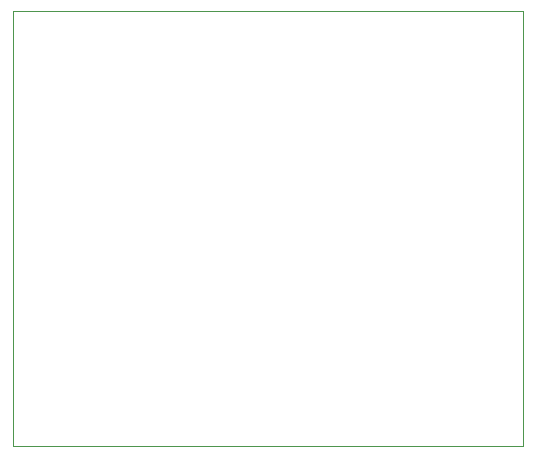
<source format=gbr>
%TF.GenerationSoftware,KiCad,Pcbnew,7.0.7*%
%TF.CreationDate,2023-09-18T16:24:31-07:00*%
%TF.ProjectId,pi_pico_dds,70695f70-6963-46f5-9f64-64732e6b6963,rev?*%
%TF.SameCoordinates,Original*%
%TF.FileFunction,Profile,NP*%
%FSLAX46Y46*%
G04 Gerber Fmt 4.6, Leading zero omitted, Abs format (unit mm)*
G04 Created by KiCad (PCBNEW 7.0.7) date 2023-09-18 16:24:31*
%MOMM*%
%LPD*%
G01*
G04 APERTURE LIST*
%TA.AperFunction,Profile*%
%ADD10C,0.100000*%
%TD*%
G04 APERTURE END LIST*
D10*
X165100000Y-64770000D02*
X208280000Y-64770000D01*
X208280000Y-101600000D01*
X165100000Y-101600000D01*
X165100000Y-64770000D01*
M02*

</source>
